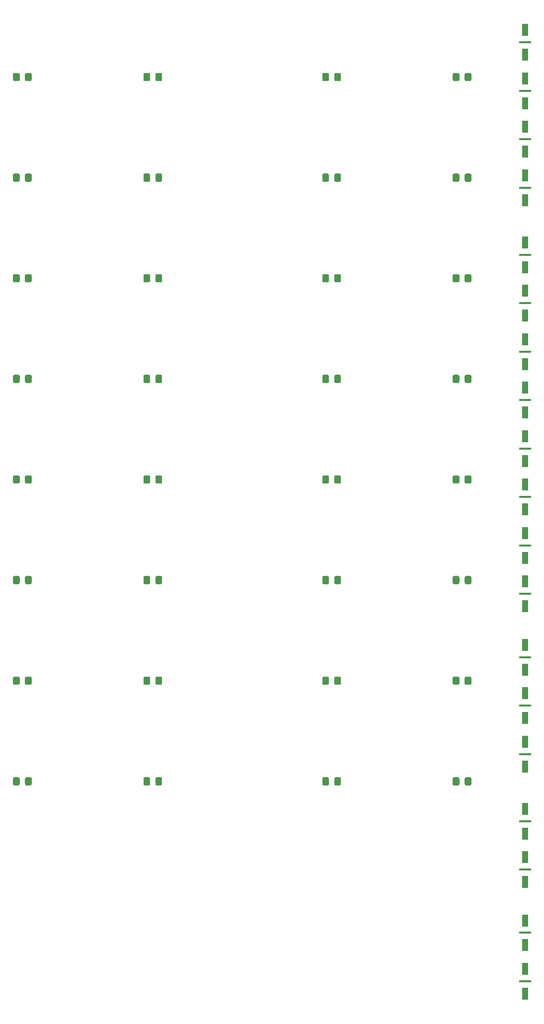
<source format=gtp>
G04 #@! TF.GenerationSoftware,KiCad,Pcbnew,(5.1.12)-1*
G04 #@! TF.CreationDate,2023-07-18T15:35:10+01:00*
G04 #@! TF.ProjectId,Memory,4d656d6f-7279-42e6-9b69-6361645f7063,rev?*
G04 #@! TF.SameCoordinates,Original*
G04 #@! TF.FileFunction,Paste,Top*
G04 #@! TF.FilePolarity,Positive*
%FSLAX46Y46*%
G04 Gerber Fmt 4.6, Leading zero omitted, Abs format (unit mm)*
G04 Created by KiCad (PCBNEW (5.1.12)-1) date 2023-07-18 15:35:10*
%MOMM*%
%LPD*%
G01*
G04 APERTURE LIST*
%ADD10R,2.000000X0.350000*%
%ADD11R,1.000000X2.000000*%
G04 APERTURE END LIST*
G36*
G01*
X86175000Y-135705001D02*
X86175000Y-134804999D01*
G75*
G02*
X86424999Y-134555000I249999J0D01*
G01*
X87075001Y-134555000D01*
G75*
G02*
X87325000Y-134804999I0J-249999D01*
G01*
X87325000Y-135705001D01*
G75*
G02*
X87075001Y-135955000I-249999J0D01*
G01*
X86424999Y-135955000D01*
G75*
G02*
X86175000Y-135705001I0J249999D01*
G01*
G37*
G36*
G01*
X84125000Y-135705001D02*
X84125000Y-134804999D01*
G75*
G02*
X84374999Y-134555000I249999J0D01*
G01*
X85025001Y-134555000D01*
G75*
G02*
X85275000Y-134804999I0J-249999D01*
G01*
X85275000Y-135705001D01*
G75*
G02*
X85025001Y-135955000I-249999J0D01*
G01*
X84374999Y-135955000D01*
G75*
G02*
X84125000Y-135705001I0J249999D01*
G01*
G37*
G36*
G01*
X108400000Y-135705001D02*
X108400000Y-134804999D01*
G75*
G02*
X108649999Y-134555000I249999J0D01*
G01*
X109300001Y-134555000D01*
G75*
G02*
X109550000Y-134804999I0J-249999D01*
G01*
X109550000Y-135705001D01*
G75*
G02*
X109300001Y-135955000I-249999J0D01*
G01*
X108649999Y-135955000D01*
G75*
G02*
X108400000Y-135705001I0J249999D01*
G01*
G37*
G36*
G01*
X106350000Y-135705001D02*
X106350000Y-134804999D01*
G75*
G02*
X106599999Y-134555000I249999J0D01*
G01*
X107250001Y-134555000D01*
G75*
G02*
X107500000Y-134804999I0J-249999D01*
G01*
X107500000Y-135705001D01*
G75*
G02*
X107250001Y-135955000I-249999J0D01*
G01*
X106599999Y-135955000D01*
G75*
G02*
X106350000Y-135705001I0J249999D01*
G01*
G37*
G36*
G01*
X138880000Y-135705001D02*
X138880000Y-134804999D01*
G75*
G02*
X139129999Y-134555000I249999J0D01*
G01*
X139780001Y-134555000D01*
G75*
G02*
X140030000Y-134804999I0J-249999D01*
G01*
X140030000Y-135705001D01*
G75*
G02*
X139780001Y-135955000I-249999J0D01*
G01*
X139129999Y-135955000D01*
G75*
G02*
X138880000Y-135705001I0J249999D01*
G01*
G37*
G36*
G01*
X136830000Y-135705001D02*
X136830000Y-134804999D01*
G75*
G02*
X137079999Y-134555000I249999J0D01*
G01*
X137730001Y-134555000D01*
G75*
G02*
X137980000Y-134804999I0J-249999D01*
G01*
X137980000Y-135705001D01*
G75*
G02*
X137730001Y-135955000I-249999J0D01*
G01*
X137079999Y-135955000D01*
G75*
G02*
X136830000Y-135705001I0J249999D01*
G01*
G37*
G36*
G01*
X161105000Y-135705001D02*
X161105000Y-134804999D01*
G75*
G02*
X161354999Y-134555000I249999J0D01*
G01*
X162005001Y-134555000D01*
G75*
G02*
X162255000Y-134804999I0J-249999D01*
G01*
X162255000Y-135705001D01*
G75*
G02*
X162005001Y-135955000I-249999J0D01*
G01*
X161354999Y-135955000D01*
G75*
G02*
X161105000Y-135705001I0J249999D01*
G01*
G37*
G36*
G01*
X159055000Y-135705001D02*
X159055000Y-134804999D01*
G75*
G02*
X159304999Y-134555000I249999J0D01*
G01*
X159955001Y-134555000D01*
G75*
G02*
X160205000Y-134804999I0J-249999D01*
G01*
X160205000Y-135705001D01*
G75*
G02*
X159955001Y-135955000I-249999J0D01*
G01*
X159304999Y-135955000D01*
G75*
G02*
X159055000Y-135705001I0J249999D01*
G01*
G37*
G36*
G01*
X86175000Y-118560001D02*
X86175000Y-117659999D01*
G75*
G02*
X86424999Y-117410000I249999J0D01*
G01*
X87075001Y-117410000D01*
G75*
G02*
X87325000Y-117659999I0J-249999D01*
G01*
X87325000Y-118560001D01*
G75*
G02*
X87075001Y-118810000I-249999J0D01*
G01*
X86424999Y-118810000D01*
G75*
G02*
X86175000Y-118560001I0J249999D01*
G01*
G37*
G36*
G01*
X84125000Y-118560001D02*
X84125000Y-117659999D01*
G75*
G02*
X84374999Y-117410000I249999J0D01*
G01*
X85025001Y-117410000D01*
G75*
G02*
X85275000Y-117659999I0J-249999D01*
G01*
X85275000Y-118560001D01*
G75*
G02*
X85025001Y-118810000I-249999J0D01*
G01*
X84374999Y-118810000D01*
G75*
G02*
X84125000Y-118560001I0J249999D01*
G01*
G37*
G36*
G01*
X108400000Y-118560001D02*
X108400000Y-117659999D01*
G75*
G02*
X108649999Y-117410000I249999J0D01*
G01*
X109300001Y-117410000D01*
G75*
G02*
X109550000Y-117659999I0J-249999D01*
G01*
X109550000Y-118560001D01*
G75*
G02*
X109300001Y-118810000I-249999J0D01*
G01*
X108649999Y-118810000D01*
G75*
G02*
X108400000Y-118560001I0J249999D01*
G01*
G37*
G36*
G01*
X106350000Y-118560001D02*
X106350000Y-117659999D01*
G75*
G02*
X106599999Y-117410000I249999J0D01*
G01*
X107250001Y-117410000D01*
G75*
G02*
X107500000Y-117659999I0J-249999D01*
G01*
X107500000Y-118560001D01*
G75*
G02*
X107250001Y-118810000I-249999J0D01*
G01*
X106599999Y-118810000D01*
G75*
G02*
X106350000Y-118560001I0J249999D01*
G01*
G37*
G36*
G01*
X138880000Y-118560001D02*
X138880000Y-117659999D01*
G75*
G02*
X139129999Y-117410000I249999J0D01*
G01*
X139780001Y-117410000D01*
G75*
G02*
X140030000Y-117659999I0J-249999D01*
G01*
X140030000Y-118560001D01*
G75*
G02*
X139780001Y-118810000I-249999J0D01*
G01*
X139129999Y-118810000D01*
G75*
G02*
X138880000Y-118560001I0J249999D01*
G01*
G37*
G36*
G01*
X136830000Y-118560001D02*
X136830000Y-117659999D01*
G75*
G02*
X137079999Y-117410000I249999J0D01*
G01*
X137730001Y-117410000D01*
G75*
G02*
X137980000Y-117659999I0J-249999D01*
G01*
X137980000Y-118560001D01*
G75*
G02*
X137730001Y-118810000I-249999J0D01*
G01*
X137079999Y-118810000D01*
G75*
G02*
X136830000Y-118560001I0J249999D01*
G01*
G37*
G36*
G01*
X161105000Y-118560001D02*
X161105000Y-117659999D01*
G75*
G02*
X161354999Y-117410000I249999J0D01*
G01*
X162005001Y-117410000D01*
G75*
G02*
X162255000Y-117659999I0J-249999D01*
G01*
X162255000Y-118560001D01*
G75*
G02*
X162005001Y-118810000I-249999J0D01*
G01*
X161354999Y-118810000D01*
G75*
G02*
X161105000Y-118560001I0J249999D01*
G01*
G37*
G36*
G01*
X159055000Y-118560001D02*
X159055000Y-117659999D01*
G75*
G02*
X159304999Y-117410000I249999J0D01*
G01*
X159955001Y-117410000D01*
G75*
G02*
X160205000Y-117659999I0J-249999D01*
G01*
X160205000Y-118560001D01*
G75*
G02*
X159955001Y-118810000I-249999J0D01*
G01*
X159304999Y-118810000D01*
G75*
G02*
X159055000Y-118560001I0J249999D01*
G01*
G37*
G36*
G01*
X86175000Y-101415001D02*
X86175000Y-100514999D01*
G75*
G02*
X86424999Y-100265000I249999J0D01*
G01*
X87075001Y-100265000D01*
G75*
G02*
X87325000Y-100514999I0J-249999D01*
G01*
X87325000Y-101415001D01*
G75*
G02*
X87075001Y-101665000I-249999J0D01*
G01*
X86424999Y-101665000D01*
G75*
G02*
X86175000Y-101415001I0J249999D01*
G01*
G37*
G36*
G01*
X84125000Y-101415001D02*
X84125000Y-100514999D01*
G75*
G02*
X84374999Y-100265000I249999J0D01*
G01*
X85025001Y-100265000D01*
G75*
G02*
X85275000Y-100514999I0J-249999D01*
G01*
X85275000Y-101415001D01*
G75*
G02*
X85025001Y-101665000I-249999J0D01*
G01*
X84374999Y-101665000D01*
G75*
G02*
X84125000Y-101415001I0J249999D01*
G01*
G37*
G36*
G01*
X108400000Y-101415001D02*
X108400000Y-100514999D01*
G75*
G02*
X108649999Y-100265000I249999J0D01*
G01*
X109300001Y-100265000D01*
G75*
G02*
X109550000Y-100514999I0J-249999D01*
G01*
X109550000Y-101415001D01*
G75*
G02*
X109300001Y-101665000I-249999J0D01*
G01*
X108649999Y-101665000D01*
G75*
G02*
X108400000Y-101415001I0J249999D01*
G01*
G37*
G36*
G01*
X106350000Y-101415001D02*
X106350000Y-100514999D01*
G75*
G02*
X106599999Y-100265000I249999J0D01*
G01*
X107250001Y-100265000D01*
G75*
G02*
X107500000Y-100514999I0J-249999D01*
G01*
X107500000Y-101415001D01*
G75*
G02*
X107250001Y-101665000I-249999J0D01*
G01*
X106599999Y-101665000D01*
G75*
G02*
X106350000Y-101415001I0J249999D01*
G01*
G37*
G36*
G01*
X138880000Y-101415001D02*
X138880000Y-100514999D01*
G75*
G02*
X139129999Y-100265000I249999J0D01*
G01*
X139780001Y-100265000D01*
G75*
G02*
X140030000Y-100514999I0J-249999D01*
G01*
X140030000Y-101415001D01*
G75*
G02*
X139780001Y-101665000I-249999J0D01*
G01*
X139129999Y-101665000D01*
G75*
G02*
X138880000Y-101415001I0J249999D01*
G01*
G37*
G36*
G01*
X136830000Y-101415001D02*
X136830000Y-100514999D01*
G75*
G02*
X137079999Y-100265000I249999J0D01*
G01*
X137730001Y-100265000D01*
G75*
G02*
X137980000Y-100514999I0J-249999D01*
G01*
X137980000Y-101415001D01*
G75*
G02*
X137730001Y-101665000I-249999J0D01*
G01*
X137079999Y-101665000D01*
G75*
G02*
X136830000Y-101415001I0J249999D01*
G01*
G37*
G36*
G01*
X161105000Y-101415001D02*
X161105000Y-100514999D01*
G75*
G02*
X161354999Y-100265000I249999J0D01*
G01*
X162005001Y-100265000D01*
G75*
G02*
X162255000Y-100514999I0J-249999D01*
G01*
X162255000Y-101415001D01*
G75*
G02*
X162005001Y-101665000I-249999J0D01*
G01*
X161354999Y-101665000D01*
G75*
G02*
X161105000Y-101415001I0J249999D01*
G01*
G37*
G36*
G01*
X159055000Y-101415001D02*
X159055000Y-100514999D01*
G75*
G02*
X159304999Y-100265000I249999J0D01*
G01*
X159955001Y-100265000D01*
G75*
G02*
X160205000Y-100514999I0J-249999D01*
G01*
X160205000Y-101415001D01*
G75*
G02*
X159955001Y-101665000I-249999J0D01*
G01*
X159304999Y-101665000D01*
G75*
G02*
X159055000Y-101415001I0J249999D01*
G01*
G37*
G36*
G01*
X86175000Y-84270001D02*
X86175000Y-83369999D01*
G75*
G02*
X86424999Y-83120000I249999J0D01*
G01*
X87075001Y-83120000D01*
G75*
G02*
X87325000Y-83369999I0J-249999D01*
G01*
X87325000Y-84270001D01*
G75*
G02*
X87075001Y-84520000I-249999J0D01*
G01*
X86424999Y-84520000D01*
G75*
G02*
X86175000Y-84270001I0J249999D01*
G01*
G37*
G36*
G01*
X84125000Y-84270001D02*
X84125000Y-83369999D01*
G75*
G02*
X84374999Y-83120000I249999J0D01*
G01*
X85025001Y-83120000D01*
G75*
G02*
X85275000Y-83369999I0J-249999D01*
G01*
X85275000Y-84270001D01*
G75*
G02*
X85025001Y-84520000I-249999J0D01*
G01*
X84374999Y-84520000D01*
G75*
G02*
X84125000Y-84270001I0J249999D01*
G01*
G37*
G36*
G01*
X108400000Y-84270001D02*
X108400000Y-83369999D01*
G75*
G02*
X108649999Y-83120000I249999J0D01*
G01*
X109300001Y-83120000D01*
G75*
G02*
X109550000Y-83369999I0J-249999D01*
G01*
X109550000Y-84270001D01*
G75*
G02*
X109300001Y-84520000I-249999J0D01*
G01*
X108649999Y-84520000D01*
G75*
G02*
X108400000Y-84270001I0J249999D01*
G01*
G37*
G36*
G01*
X106350000Y-84270001D02*
X106350000Y-83369999D01*
G75*
G02*
X106599999Y-83120000I249999J0D01*
G01*
X107250001Y-83120000D01*
G75*
G02*
X107500000Y-83369999I0J-249999D01*
G01*
X107500000Y-84270001D01*
G75*
G02*
X107250001Y-84520000I-249999J0D01*
G01*
X106599999Y-84520000D01*
G75*
G02*
X106350000Y-84270001I0J249999D01*
G01*
G37*
G36*
G01*
X138880000Y-84270001D02*
X138880000Y-83369999D01*
G75*
G02*
X139129999Y-83120000I249999J0D01*
G01*
X139780001Y-83120000D01*
G75*
G02*
X140030000Y-83369999I0J-249999D01*
G01*
X140030000Y-84270001D01*
G75*
G02*
X139780001Y-84520000I-249999J0D01*
G01*
X139129999Y-84520000D01*
G75*
G02*
X138880000Y-84270001I0J249999D01*
G01*
G37*
G36*
G01*
X136830000Y-84270001D02*
X136830000Y-83369999D01*
G75*
G02*
X137079999Y-83120000I249999J0D01*
G01*
X137730001Y-83120000D01*
G75*
G02*
X137980000Y-83369999I0J-249999D01*
G01*
X137980000Y-84270001D01*
G75*
G02*
X137730001Y-84520000I-249999J0D01*
G01*
X137079999Y-84520000D01*
G75*
G02*
X136830000Y-84270001I0J249999D01*
G01*
G37*
G36*
G01*
X161105000Y-84270001D02*
X161105000Y-83369999D01*
G75*
G02*
X161354999Y-83120000I249999J0D01*
G01*
X162005001Y-83120000D01*
G75*
G02*
X162255000Y-83369999I0J-249999D01*
G01*
X162255000Y-84270001D01*
G75*
G02*
X162005001Y-84520000I-249999J0D01*
G01*
X161354999Y-84520000D01*
G75*
G02*
X161105000Y-84270001I0J249999D01*
G01*
G37*
G36*
G01*
X159055000Y-84270001D02*
X159055000Y-83369999D01*
G75*
G02*
X159304999Y-83120000I249999J0D01*
G01*
X159955001Y-83120000D01*
G75*
G02*
X160205000Y-83369999I0J-249999D01*
G01*
X160205000Y-84270001D01*
G75*
G02*
X159955001Y-84520000I-249999J0D01*
G01*
X159304999Y-84520000D01*
G75*
G02*
X159055000Y-84270001I0J249999D01*
G01*
G37*
G36*
G01*
X86175000Y-67125001D02*
X86175000Y-66224999D01*
G75*
G02*
X86424999Y-65975000I249999J0D01*
G01*
X87075001Y-65975000D01*
G75*
G02*
X87325000Y-66224999I0J-249999D01*
G01*
X87325000Y-67125001D01*
G75*
G02*
X87075001Y-67375000I-249999J0D01*
G01*
X86424999Y-67375000D01*
G75*
G02*
X86175000Y-67125001I0J249999D01*
G01*
G37*
G36*
G01*
X84125000Y-67125001D02*
X84125000Y-66224999D01*
G75*
G02*
X84374999Y-65975000I249999J0D01*
G01*
X85025001Y-65975000D01*
G75*
G02*
X85275000Y-66224999I0J-249999D01*
G01*
X85275000Y-67125001D01*
G75*
G02*
X85025001Y-67375000I-249999J0D01*
G01*
X84374999Y-67375000D01*
G75*
G02*
X84125000Y-67125001I0J249999D01*
G01*
G37*
G36*
G01*
X108400000Y-67125001D02*
X108400000Y-66224999D01*
G75*
G02*
X108649999Y-65975000I249999J0D01*
G01*
X109300001Y-65975000D01*
G75*
G02*
X109550000Y-66224999I0J-249999D01*
G01*
X109550000Y-67125001D01*
G75*
G02*
X109300001Y-67375000I-249999J0D01*
G01*
X108649999Y-67375000D01*
G75*
G02*
X108400000Y-67125001I0J249999D01*
G01*
G37*
G36*
G01*
X106350000Y-67125001D02*
X106350000Y-66224999D01*
G75*
G02*
X106599999Y-65975000I249999J0D01*
G01*
X107250001Y-65975000D01*
G75*
G02*
X107500000Y-66224999I0J-249999D01*
G01*
X107500000Y-67125001D01*
G75*
G02*
X107250001Y-67375000I-249999J0D01*
G01*
X106599999Y-67375000D01*
G75*
G02*
X106350000Y-67125001I0J249999D01*
G01*
G37*
G36*
G01*
X138880000Y-67125001D02*
X138880000Y-66224999D01*
G75*
G02*
X139129999Y-65975000I249999J0D01*
G01*
X139780001Y-65975000D01*
G75*
G02*
X140030000Y-66224999I0J-249999D01*
G01*
X140030000Y-67125001D01*
G75*
G02*
X139780001Y-67375000I-249999J0D01*
G01*
X139129999Y-67375000D01*
G75*
G02*
X138880000Y-67125001I0J249999D01*
G01*
G37*
G36*
G01*
X136830000Y-67125001D02*
X136830000Y-66224999D01*
G75*
G02*
X137079999Y-65975000I249999J0D01*
G01*
X137730001Y-65975000D01*
G75*
G02*
X137980000Y-66224999I0J-249999D01*
G01*
X137980000Y-67125001D01*
G75*
G02*
X137730001Y-67375000I-249999J0D01*
G01*
X137079999Y-67375000D01*
G75*
G02*
X136830000Y-67125001I0J249999D01*
G01*
G37*
G36*
G01*
X161105000Y-67125001D02*
X161105000Y-66224999D01*
G75*
G02*
X161354999Y-65975000I249999J0D01*
G01*
X162005001Y-65975000D01*
G75*
G02*
X162255000Y-66224999I0J-249999D01*
G01*
X162255000Y-67125001D01*
G75*
G02*
X162005001Y-67375000I-249999J0D01*
G01*
X161354999Y-67375000D01*
G75*
G02*
X161105000Y-67125001I0J249999D01*
G01*
G37*
G36*
G01*
X159055000Y-67125001D02*
X159055000Y-66224999D01*
G75*
G02*
X159304999Y-65975000I249999J0D01*
G01*
X159955001Y-65975000D01*
G75*
G02*
X160205000Y-66224999I0J-249999D01*
G01*
X160205000Y-67125001D01*
G75*
G02*
X159955001Y-67375000I-249999J0D01*
G01*
X159304999Y-67375000D01*
G75*
G02*
X159055000Y-67125001I0J249999D01*
G01*
G37*
G36*
G01*
X86175000Y-49980001D02*
X86175000Y-49079999D01*
G75*
G02*
X86424999Y-48830000I249999J0D01*
G01*
X87075001Y-48830000D01*
G75*
G02*
X87325000Y-49079999I0J-249999D01*
G01*
X87325000Y-49980001D01*
G75*
G02*
X87075001Y-50230000I-249999J0D01*
G01*
X86424999Y-50230000D01*
G75*
G02*
X86175000Y-49980001I0J249999D01*
G01*
G37*
G36*
G01*
X84125000Y-49980001D02*
X84125000Y-49079999D01*
G75*
G02*
X84374999Y-48830000I249999J0D01*
G01*
X85025001Y-48830000D01*
G75*
G02*
X85275000Y-49079999I0J-249999D01*
G01*
X85275000Y-49980001D01*
G75*
G02*
X85025001Y-50230000I-249999J0D01*
G01*
X84374999Y-50230000D01*
G75*
G02*
X84125000Y-49980001I0J249999D01*
G01*
G37*
G36*
G01*
X108400000Y-49980001D02*
X108400000Y-49079999D01*
G75*
G02*
X108649999Y-48830000I249999J0D01*
G01*
X109300001Y-48830000D01*
G75*
G02*
X109550000Y-49079999I0J-249999D01*
G01*
X109550000Y-49980001D01*
G75*
G02*
X109300001Y-50230000I-249999J0D01*
G01*
X108649999Y-50230000D01*
G75*
G02*
X108400000Y-49980001I0J249999D01*
G01*
G37*
G36*
G01*
X106350000Y-49980001D02*
X106350000Y-49079999D01*
G75*
G02*
X106599999Y-48830000I249999J0D01*
G01*
X107250001Y-48830000D01*
G75*
G02*
X107500000Y-49079999I0J-249999D01*
G01*
X107500000Y-49980001D01*
G75*
G02*
X107250001Y-50230000I-249999J0D01*
G01*
X106599999Y-50230000D01*
G75*
G02*
X106350000Y-49980001I0J249999D01*
G01*
G37*
G36*
G01*
X138880000Y-49980001D02*
X138880000Y-49079999D01*
G75*
G02*
X139129999Y-48830000I249999J0D01*
G01*
X139780001Y-48830000D01*
G75*
G02*
X140030000Y-49079999I0J-249999D01*
G01*
X140030000Y-49980001D01*
G75*
G02*
X139780001Y-50230000I-249999J0D01*
G01*
X139129999Y-50230000D01*
G75*
G02*
X138880000Y-49980001I0J249999D01*
G01*
G37*
G36*
G01*
X136830000Y-49980001D02*
X136830000Y-49079999D01*
G75*
G02*
X137079999Y-48830000I249999J0D01*
G01*
X137730001Y-48830000D01*
G75*
G02*
X137980000Y-49079999I0J-249999D01*
G01*
X137980000Y-49980001D01*
G75*
G02*
X137730001Y-50230000I-249999J0D01*
G01*
X137079999Y-50230000D01*
G75*
G02*
X136830000Y-49980001I0J249999D01*
G01*
G37*
G36*
G01*
X161105000Y-49980001D02*
X161105000Y-49079999D01*
G75*
G02*
X161354999Y-48830000I249999J0D01*
G01*
X162005001Y-48830000D01*
G75*
G02*
X162255000Y-49079999I0J-249999D01*
G01*
X162255000Y-49980001D01*
G75*
G02*
X162005001Y-50230000I-249999J0D01*
G01*
X161354999Y-50230000D01*
G75*
G02*
X161105000Y-49980001I0J249999D01*
G01*
G37*
G36*
G01*
X159055000Y-49980001D02*
X159055000Y-49079999D01*
G75*
G02*
X159304999Y-48830000I249999J0D01*
G01*
X159955001Y-48830000D01*
G75*
G02*
X160205000Y-49079999I0J-249999D01*
G01*
X160205000Y-49980001D01*
G75*
G02*
X159955001Y-50230000I-249999J0D01*
G01*
X159304999Y-50230000D01*
G75*
G02*
X159055000Y-49980001I0J249999D01*
G01*
G37*
G36*
G01*
X86175000Y-32835001D02*
X86175000Y-31934999D01*
G75*
G02*
X86424999Y-31685000I249999J0D01*
G01*
X87075001Y-31685000D01*
G75*
G02*
X87325000Y-31934999I0J-249999D01*
G01*
X87325000Y-32835001D01*
G75*
G02*
X87075001Y-33085000I-249999J0D01*
G01*
X86424999Y-33085000D01*
G75*
G02*
X86175000Y-32835001I0J249999D01*
G01*
G37*
G36*
G01*
X84125000Y-32835001D02*
X84125000Y-31934999D01*
G75*
G02*
X84374999Y-31685000I249999J0D01*
G01*
X85025001Y-31685000D01*
G75*
G02*
X85275000Y-31934999I0J-249999D01*
G01*
X85275000Y-32835001D01*
G75*
G02*
X85025001Y-33085000I-249999J0D01*
G01*
X84374999Y-33085000D01*
G75*
G02*
X84125000Y-32835001I0J249999D01*
G01*
G37*
G36*
G01*
X108400000Y-32835001D02*
X108400000Y-31934999D01*
G75*
G02*
X108649999Y-31685000I249999J0D01*
G01*
X109300001Y-31685000D01*
G75*
G02*
X109550000Y-31934999I0J-249999D01*
G01*
X109550000Y-32835001D01*
G75*
G02*
X109300001Y-33085000I-249999J0D01*
G01*
X108649999Y-33085000D01*
G75*
G02*
X108400000Y-32835001I0J249999D01*
G01*
G37*
G36*
G01*
X106350000Y-32835001D02*
X106350000Y-31934999D01*
G75*
G02*
X106599999Y-31685000I249999J0D01*
G01*
X107250001Y-31685000D01*
G75*
G02*
X107500000Y-31934999I0J-249999D01*
G01*
X107500000Y-32835001D01*
G75*
G02*
X107250001Y-33085000I-249999J0D01*
G01*
X106599999Y-33085000D01*
G75*
G02*
X106350000Y-32835001I0J249999D01*
G01*
G37*
G36*
G01*
X138880000Y-32835001D02*
X138880000Y-31934999D01*
G75*
G02*
X139129999Y-31685000I249999J0D01*
G01*
X139780001Y-31685000D01*
G75*
G02*
X140030000Y-31934999I0J-249999D01*
G01*
X140030000Y-32835001D01*
G75*
G02*
X139780001Y-33085000I-249999J0D01*
G01*
X139129999Y-33085000D01*
G75*
G02*
X138880000Y-32835001I0J249999D01*
G01*
G37*
G36*
G01*
X136830000Y-32835001D02*
X136830000Y-31934999D01*
G75*
G02*
X137079999Y-31685000I249999J0D01*
G01*
X137730001Y-31685000D01*
G75*
G02*
X137980000Y-31934999I0J-249999D01*
G01*
X137980000Y-32835001D01*
G75*
G02*
X137730001Y-33085000I-249999J0D01*
G01*
X137079999Y-33085000D01*
G75*
G02*
X136830000Y-32835001I0J249999D01*
G01*
G37*
G36*
G01*
X161105000Y-32835001D02*
X161105000Y-31934999D01*
G75*
G02*
X161354999Y-31685000I249999J0D01*
G01*
X162005001Y-31685000D01*
G75*
G02*
X162255000Y-31934999I0J-249999D01*
G01*
X162255000Y-32835001D01*
G75*
G02*
X162005001Y-33085000I-249999J0D01*
G01*
X161354999Y-33085000D01*
G75*
G02*
X161105000Y-32835001I0J249999D01*
G01*
G37*
G36*
G01*
X159055000Y-32835001D02*
X159055000Y-31934999D01*
G75*
G02*
X159304999Y-31685000I249999J0D01*
G01*
X159955001Y-31685000D01*
G75*
G02*
X160205000Y-31934999I0J-249999D01*
G01*
X160205000Y-32835001D01*
G75*
G02*
X159955001Y-33085000I-249999J0D01*
G01*
X159304999Y-33085000D01*
G75*
G02*
X159055000Y-32835001I0J249999D01*
G01*
G37*
G36*
G01*
X86175000Y-15690001D02*
X86175000Y-14789999D01*
G75*
G02*
X86424999Y-14540000I249999J0D01*
G01*
X87075001Y-14540000D01*
G75*
G02*
X87325000Y-14789999I0J-249999D01*
G01*
X87325000Y-15690001D01*
G75*
G02*
X87075001Y-15940000I-249999J0D01*
G01*
X86424999Y-15940000D01*
G75*
G02*
X86175000Y-15690001I0J249999D01*
G01*
G37*
G36*
G01*
X84125000Y-15690001D02*
X84125000Y-14789999D01*
G75*
G02*
X84374999Y-14540000I249999J0D01*
G01*
X85025001Y-14540000D01*
G75*
G02*
X85275000Y-14789999I0J-249999D01*
G01*
X85275000Y-15690001D01*
G75*
G02*
X85025001Y-15940000I-249999J0D01*
G01*
X84374999Y-15940000D01*
G75*
G02*
X84125000Y-15690001I0J249999D01*
G01*
G37*
G36*
G01*
X108400000Y-15690001D02*
X108400000Y-14789999D01*
G75*
G02*
X108649999Y-14540000I249999J0D01*
G01*
X109300001Y-14540000D01*
G75*
G02*
X109550000Y-14789999I0J-249999D01*
G01*
X109550000Y-15690001D01*
G75*
G02*
X109300001Y-15940000I-249999J0D01*
G01*
X108649999Y-15940000D01*
G75*
G02*
X108400000Y-15690001I0J249999D01*
G01*
G37*
G36*
G01*
X106350000Y-15690001D02*
X106350000Y-14789999D01*
G75*
G02*
X106599999Y-14540000I249999J0D01*
G01*
X107250001Y-14540000D01*
G75*
G02*
X107500000Y-14789999I0J-249999D01*
G01*
X107500000Y-15690001D01*
G75*
G02*
X107250001Y-15940000I-249999J0D01*
G01*
X106599999Y-15940000D01*
G75*
G02*
X106350000Y-15690001I0J249999D01*
G01*
G37*
G36*
G01*
X138880000Y-15690001D02*
X138880000Y-14789999D01*
G75*
G02*
X139129999Y-14540000I249999J0D01*
G01*
X139780001Y-14540000D01*
G75*
G02*
X140030000Y-14789999I0J-249999D01*
G01*
X140030000Y-15690001D01*
G75*
G02*
X139780001Y-15940000I-249999J0D01*
G01*
X139129999Y-15940000D01*
G75*
G02*
X138880000Y-15690001I0J249999D01*
G01*
G37*
G36*
G01*
X136830000Y-15690001D02*
X136830000Y-14789999D01*
G75*
G02*
X137079999Y-14540000I249999J0D01*
G01*
X137730001Y-14540000D01*
G75*
G02*
X137980000Y-14789999I0J-249999D01*
G01*
X137980000Y-15690001D01*
G75*
G02*
X137730001Y-15940000I-249999J0D01*
G01*
X137079999Y-15940000D01*
G75*
G02*
X136830000Y-15690001I0J249999D01*
G01*
G37*
G36*
G01*
X161105000Y-15690001D02*
X161105000Y-14789999D01*
G75*
G02*
X161354999Y-14540000I249999J0D01*
G01*
X162005001Y-14540000D01*
G75*
G02*
X162255000Y-14789999I0J-249999D01*
G01*
X162255000Y-15690001D01*
G75*
G02*
X162005001Y-15940000I-249999J0D01*
G01*
X161354999Y-15940000D01*
G75*
G02*
X161105000Y-15690001I0J249999D01*
G01*
G37*
G36*
G01*
X159055000Y-15690001D02*
X159055000Y-14789999D01*
G75*
G02*
X159304999Y-14540000I249999J0D01*
G01*
X159955001Y-14540000D01*
G75*
G02*
X160205000Y-14789999I0J-249999D01*
G01*
X160205000Y-15690001D01*
G75*
G02*
X159955001Y-15940000I-249999J0D01*
G01*
X159304999Y-15940000D01*
G75*
G02*
X159055000Y-15690001I0J249999D01*
G01*
G37*
D10*
X171450000Y-103310000D03*
D11*
X171450000Y-101210000D03*
X171450000Y-105410000D03*
D10*
X171450000Y-95055000D03*
D11*
X171450000Y-92955000D03*
X171450000Y-97155000D03*
D10*
X171450000Y-86800000D03*
D11*
X171450000Y-84700000D03*
X171450000Y-88900000D03*
D10*
X171450000Y-78545000D03*
D11*
X171450000Y-76445000D03*
X171450000Y-80645000D03*
D10*
X171450000Y-70290000D03*
D11*
X171450000Y-68190000D03*
X171450000Y-72390000D03*
D10*
X171450000Y-62035000D03*
D11*
X171450000Y-59935000D03*
X171450000Y-64135000D03*
D10*
X171450000Y-53780000D03*
D11*
X171450000Y-51680000D03*
X171450000Y-55880000D03*
D10*
X171450000Y-45525000D03*
D11*
X171450000Y-43425000D03*
X171450000Y-47625000D03*
D10*
X171450000Y-114105000D03*
D11*
X171450000Y-112005000D03*
X171450000Y-116205000D03*
D10*
X171450000Y-150300000D03*
D11*
X171450000Y-148200000D03*
X171450000Y-152400000D03*
D10*
X171450000Y-122360000D03*
D11*
X171450000Y-120260000D03*
X171450000Y-124460000D03*
D10*
X171450000Y-130615000D03*
D11*
X171450000Y-128515000D03*
X171450000Y-132715000D03*
D10*
X171450000Y-142045000D03*
D11*
X171450000Y-139945000D03*
X171450000Y-144145000D03*
D10*
X171450000Y-169350000D03*
D11*
X171450000Y-167250000D03*
X171450000Y-171450000D03*
D10*
X171450000Y-161060000D03*
D11*
X171450000Y-158960000D03*
X171450000Y-163160000D03*
D10*
X171450000Y-34095000D03*
D11*
X171450000Y-31995000D03*
X171450000Y-36195000D03*
D10*
X171450000Y-25840000D03*
D11*
X171450000Y-23740000D03*
X171450000Y-27940000D03*
D10*
X171450000Y-17585000D03*
D11*
X171450000Y-15485000D03*
X171450000Y-19685000D03*
D10*
X171450000Y-9330000D03*
D11*
X171450000Y-7230000D03*
X171450000Y-11430000D03*
M02*

</source>
